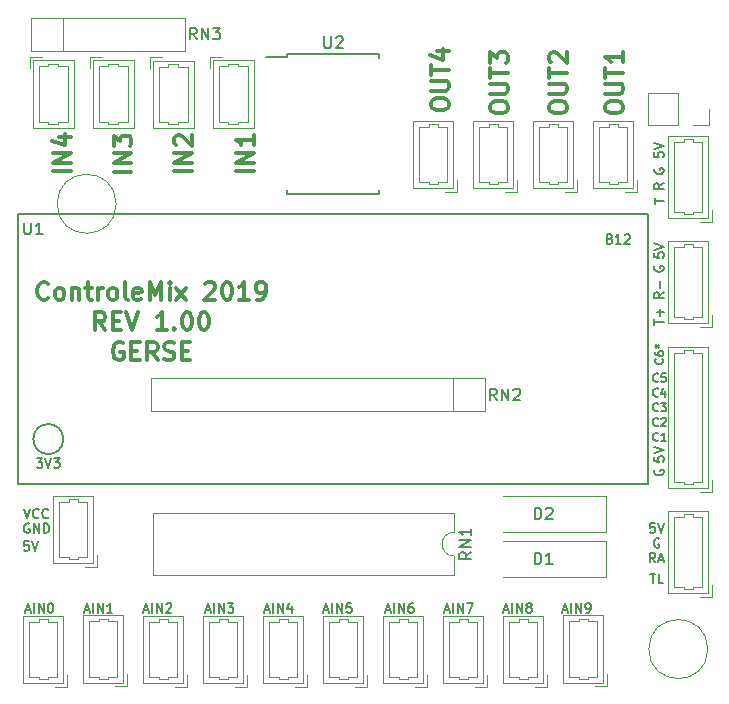
<source format=gbr>
G04 #@! TF.GenerationSoftware,KiCad,Pcbnew,5.0.2*
G04 #@! TF.CreationDate,2019-09-26T12:35:43-03:00*
G04 #@! TF.ProjectId,ControleMix,436f6e74-726f-46c6-954d-69782e6b6963,rev?*
G04 #@! TF.SameCoordinates,Original*
G04 #@! TF.FileFunction,Legend,Top*
G04 #@! TF.FilePolarity,Positive*
%FSLAX46Y46*%
G04 Gerber Fmt 4.6, Leading zero omitted, Abs format (unit mm)*
G04 Created by KiCad (PCBNEW 5.0.2) date qui 26 set 2019 12:35:43 -03*
%MOMM*%
%LPD*%
G01*
G04 APERTURE LIST*
%ADD10C,0.200000*%
%ADD11C,0.300000*%
%ADD12C,0.150000*%
%ADD13C,0.075000*%
%ADD14C,0.120000*%
G04 APERTURE END LIST*
D10*
X183795238Y-74692857D02*
X183909523Y-74730952D01*
X183947619Y-74769047D01*
X183985714Y-74845238D01*
X183985714Y-74959523D01*
X183947619Y-75035714D01*
X183909523Y-75073809D01*
X183833333Y-75111904D01*
X183528571Y-75111904D01*
X183528571Y-74311904D01*
X183795238Y-74311904D01*
X183871428Y-74350000D01*
X183909523Y-74388095D01*
X183947619Y-74464285D01*
X183947619Y-74540476D01*
X183909523Y-74616666D01*
X183871428Y-74654761D01*
X183795238Y-74692857D01*
X183528571Y-74692857D01*
X184747619Y-75111904D02*
X184290476Y-75111904D01*
X184519047Y-75111904D02*
X184519047Y-74311904D01*
X184442857Y-74426190D01*
X184366666Y-74502380D01*
X184290476Y-74540476D01*
X185052380Y-74388095D02*
X185090476Y-74350000D01*
X185166666Y-74311904D01*
X185357142Y-74311904D01*
X185433333Y-74350000D01*
X185471428Y-74388095D01*
X185509523Y-74464285D01*
X185509523Y-74540476D01*
X185471428Y-74654761D01*
X185014285Y-75111904D01*
X185509523Y-75111904D01*
X135259523Y-93311904D02*
X135754761Y-93311904D01*
X135488095Y-93616666D01*
X135602380Y-93616666D01*
X135678571Y-93654761D01*
X135716666Y-93692857D01*
X135754761Y-93769047D01*
X135754761Y-93959523D01*
X135716666Y-94035714D01*
X135678571Y-94073809D01*
X135602380Y-94111904D01*
X135373809Y-94111904D01*
X135297619Y-94073809D01*
X135259523Y-94035714D01*
X135983333Y-93311904D02*
X136250000Y-94111904D01*
X136516666Y-93311904D01*
X136707142Y-93311904D02*
X137202380Y-93311904D01*
X136935714Y-93616666D01*
X137050000Y-93616666D01*
X137126190Y-93654761D01*
X137164285Y-93692857D01*
X137202380Y-93769047D01*
X137202380Y-93959523D01*
X137164285Y-94035714D01*
X137126190Y-94073809D01*
X137050000Y-94111904D01*
X136821428Y-94111904D01*
X136745238Y-94073809D01*
X136707142Y-94035714D01*
D11*
X136250000Y-79735714D02*
X136178571Y-79807142D01*
X135964285Y-79878571D01*
X135821428Y-79878571D01*
X135607142Y-79807142D01*
X135464285Y-79664285D01*
X135392857Y-79521428D01*
X135321428Y-79235714D01*
X135321428Y-79021428D01*
X135392857Y-78735714D01*
X135464285Y-78592857D01*
X135607142Y-78450000D01*
X135821428Y-78378571D01*
X135964285Y-78378571D01*
X136178571Y-78450000D01*
X136250000Y-78521428D01*
X137107142Y-79878571D02*
X136964285Y-79807142D01*
X136892857Y-79735714D01*
X136821428Y-79592857D01*
X136821428Y-79164285D01*
X136892857Y-79021428D01*
X136964285Y-78950000D01*
X137107142Y-78878571D01*
X137321428Y-78878571D01*
X137464285Y-78950000D01*
X137535714Y-79021428D01*
X137607142Y-79164285D01*
X137607142Y-79592857D01*
X137535714Y-79735714D01*
X137464285Y-79807142D01*
X137321428Y-79878571D01*
X137107142Y-79878571D01*
X138250000Y-78878571D02*
X138250000Y-79878571D01*
X138250000Y-79021428D02*
X138321428Y-78950000D01*
X138464285Y-78878571D01*
X138678571Y-78878571D01*
X138821428Y-78950000D01*
X138892857Y-79092857D01*
X138892857Y-79878571D01*
X139392857Y-78878571D02*
X139964285Y-78878571D01*
X139607142Y-78378571D02*
X139607142Y-79664285D01*
X139678571Y-79807142D01*
X139821428Y-79878571D01*
X139964285Y-79878571D01*
X140464285Y-79878571D02*
X140464285Y-78878571D01*
X140464285Y-79164285D02*
X140535714Y-79021428D01*
X140607142Y-78950000D01*
X140750000Y-78878571D01*
X140892857Y-78878571D01*
X141607142Y-79878571D02*
X141464285Y-79807142D01*
X141392857Y-79735714D01*
X141321428Y-79592857D01*
X141321428Y-79164285D01*
X141392857Y-79021428D01*
X141464285Y-78950000D01*
X141607142Y-78878571D01*
X141821428Y-78878571D01*
X141964285Y-78950000D01*
X142035714Y-79021428D01*
X142107142Y-79164285D01*
X142107142Y-79592857D01*
X142035714Y-79735714D01*
X141964285Y-79807142D01*
X141821428Y-79878571D01*
X141607142Y-79878571D01*
X142964285Y-79878571D02*
X142821428Y-79807142D01*
X142750000Y-79664285D01*
X142750000Y-78378571D01*
X144107142Y-79807142D02*
X143964285Y-79878571D01*
X143678571Y-79878571D01*
X143535714Y-79807142D01*
X143464285Y-79664285D01*
X143464285Y-79092857D01*
X143535714Y-78950000D01*
X143678571Y-78878571D01*
X143964285Y-78878571D01*
X144107142Y-78950000D01*
X144178571Y-79092857D01*
X144178571Y-79235714D01*
X143464285Y-79378571D01*
X144821428Y-79878571D02*
X144821428Y-78378571D01*
X145321428Y-79450000D01*
X145821428Y-78378571D01*
X145821428Y-79878571D01*
X146535714Y-79878571D02*
X146535714Y-78878571D01*
X146535714Y-78378571D02*
X146464285Y-78450000D01*
X146535714Y-78521428D01*
X146607142Y-78450000D01*
X146535714Y-78378571D01*
X146535714Y-78521428D01*
X147107142Y-79878571D02*
X147892857Y-78878571D01*
X147107142Y-78878571D02*
X147892857Y-79878571D01*
X149535714Y-78521428D02*
X149607142Y-78450000D01*
X149750000Y-78378571D01*
X150107142Y-78378571D01*
X150250000Y-78450000D01*
X150321428Y-78521428D01*
X150392857Y-78664285D01*
X150392857Y-78807142D01*
X150321428Y-79021428D01*
X149464285Y-79878571D01*
X150392857Y-79878571D01*
X151321428Y-78378571D02*
X151464285Y-78378571D01*
X151607142Y-78450000D01*
X151678571Y-78521428D01*
X151750000Y-78664285D01*
X151821428Y-78950000D01*
X151821428Y-79307142D01*
X151750000Y-79592857D01*
X151678571Y-79735714D01*
X151607142Y-79807142D01*
X151464285Y-79878571D01*
X151321428Y-79878571D01*
X151178571Y-79807142D01*
X151107142Y-79735714D01*
X151035714Y-79592857D01*
X150964285Y-79307142D01*
X150964285Y-78950000D01*
X151035714Y-78664285D01*
X151107142Y-78521428D01*
X151178571Y-78450000D01*
X151321428Y-78378571D01*
X153250000Y-79878571D02*
X152392857Y-79878571D01*
X152821428Y-79878571D02*
X152821428Y-78378571D01*
X152678571Y-78592857D01*
X152535714Y-78735714D01*
X152392857Y-78807142D01*
X153964285Y-79878571D02*
X154250000Y-79878571D01*
X154392857Y-79807142D01*
X154464285Y-79735714D01*
X154607142Y-79521428D01*
X154678571Y-79235714D01*
X154678571Y-78664285D01*
X154607142Y-78521428D01*
X154535714Y-78450000D01*
X154392857Y-78378571D01*
X154107142Y-78378571D01*
X153964285Y-78450000D01*
X153892857Y-78521428D01*
X153821428Y-78664285D01*
X153821428Y-79021428D01*
X153892857Y-79164285D01*
X153964285Y-79235714D01*
X154107142Y-79307142D01*
X154392857Y-79307142D01*
X154535714Y-79235714D01*
X154607142Y-79164285D01*
X154678571Y-79021428D01*
X141071428Y-82428571D02*
X140571428Y-81714285D01*
X140214285Y-82428571D02*
X140214285Y-80928571D01*
X140785714Y-80928571D01*
X140928571Y-81000000D01*
X141000000Y-81071428D01*
X141071428Y-81214285D01*
X141071428Y-81428571D01*
X141000000Y-81571428D01*
X140928571Y-81642857D01*
X140785714Y-81714285D01*
X140214285Y-81714285D01*
X141714285Y-81642857D02*
X142214285Y-81642857D01*
X142428571Y-82428571D02*
X141714285Y-82428571D01*
X141714285Y-80928571D01*
X142428571Y-80928571D01*
X142857142Y-80928571D02*
X143357142Y-82428571D01*
X143857142Y-80928571D01*
X146285714Y-82428571D02*
X145428571Y-82428571D01*
X145857142Y-82428571D02*
X145857142Y-80928571D01*
X145714285Y-81142857D01*
X145571428Y-81285714D01*
X145428571Y-81357142D01*
X146928571Y-82285714D02*
X147000000Y-82357142D01*
X146928571Y-82428571D01*
X146857142Y-82357142D01*
X146928571Y-82285714D01*
X146928571Y-82428571D01*
X147928571Y-80928571D02*
X148071428Y-80928571D01*
X148214285Y-81000000D01*
X148285714Y-81071428D01*
X148357142Y-81214285D01*
X148428571Y-81500000D01*
X148428571Y-81857142D01*
X148357142Y-82142857D01*
X148285714Y-82285714D01*
X148214285Y-82357142D01*
X148071428Y-82428571D01*
X147928571Y-82428571D01*
X147785714Y-82357142D01*
X147714285Y-82285714D01*
X147642857Y-82142857D01*
X147571428Y-81857142D01*
X147571428Y-81500000D01*
X147642857Y-81214285D01*
X147714285Y-81071428D01*
X147785714Y-81000000D01*
X147928571Y-80928571D01*
X149357142Y-80928571D02*
X149500000Y-80928571D01*
X149642857Y-81000000D01*
X149714285Y-81071428D01*
X149785714Y-81214285D01*
X149857142Y-81500000D01*
X149857142Y-81857142D01*
X149785714Y-82142857D01*
X149714285Y-82285714D01*
X149642857Y-82357142D01*
X149500000Y-82428571D01*
X149357142Y-82428571D01*
X149214285Y-82357142D01*
X149142857Y-82285714D01*
X149071428Y-82142857D01*
X149000000Y-81857142D01*
X149000000Y-81500000D01*
X149071428Y-81214285D01*
X149142857Y-81071428D01*
X149214285Y-81000000D01*
X149357142Y-80928571D01*
X142571428Y-83550000D02*
X142428571Y-83478571D01*
X142214285Y-83478571D01*
X142000000Y-83550000D01*
X141857142Y-83692857D01*
X141785714Y-83835714D01*
X141714285Y-84121428D01*
X141714285Y-84335714D01*
X141785714Y-84621428D01*
X141857142Y-84764285D01*
X142000000Y-84907142D01*
X142214285Y-84978571D01*
X142357142Y-84978571D01*
X142571428Y-84907142D01*
X142642857Y-84835714D01*
X142642857Y-84335714D01*
X142357142Y-84335714D01*
X143285714Y-84192857D02*
X143785714Y-84192857D01*
X144000000Y-84978571D02*
X143285714Y-84978571D01*
X143285714Y-83478571D01*
X144000000Y-83478571D01*
X145500000Y-84978571D02*
X145000000Y-84264285D01*
X144642857Y-84978571D02*
X144642857Y-83478571D01*
X145214285Y-83478571D01*
X145357142Y-83550000D01*
X145428571Y-83621428D01*
X145500000Y-83764285D01*
X145500000Y-83978571D01*
X145428571Y-84121428D01*
X145357142Y-84192857D01*
X145214285Y-84264285D01*
X144642857Y-84264285D01*
X146071428Y-84907142D02*
X146285714Y-84978571D01*
X146642857Y-84978571D01*
X146785714Y-84907142D01*
X146857142Y-84835714D01*
X146928571Y-84692857D01*
X146928571Y-84550000D01*
X146857142Y-84407142D01*
X146785714Y-84335714D01*
X146642857Y-84264285D01*
X146357142Y-84192857D01*
X146214285Y-84121428D01*
X146142857Y-84050000D01*
X146071428Y-83907142D01*
X146071428Y-83764285D01*
X146142857Y-83621428D01*
X146214285Y-83550000D01*
X146357142Y-83478571D01*
X146714285Y-83478571D01*
X146928571Y-83550000D01*
X147571428Y-84192857D02*
X148071428Y-84192857D01*
X148285714Y-84978571D02*
X147571428Y-84978571D01*
X147571428Y-83478571D01*
X148285714Y-83478571D01*
D12*
X188250000Y-84883333D02*
X188283333Y-84916666D01*
X188316666Y-85016666D01*
X188316666Y-85083333D01*
X188283333Y-85183333D01*
X188216666Y-85250000D01*
X188150000Y-85283333D01*
X188016666Y-85316666D01*
X187916666Y-85316666D01*
X187783333Y-85283333D01*
X187716666Y-85250000D01*
X187650000Y-85183333D01*
X187616666Y-85083333D01*
X187616666Y-85016666D01*
X187650000Y-84916666D01*
X187683333Y-84883333D01*
X187616666Y-84283333D02*
X187616666Y-84416666D01*
X187650000Y-84483333D01*
X187683333Y-84516666D01*
X187783333Y-84583333D01*
X187916666Y-84616666D01*
X188183333Y-84616666D01*
X188250000Y-84583333D01*
X188283333Y-84550000D01*
X188316666Y-84483333D01*
X188316666Y-84350000D01*
X188283333Y-84283333D01*
X188250000Y-84250000D01*
X188183333Y-84216666D01*
X188016666Y-84216666D01*
X187950000Y-84250000D01*
X187916666Y-84283333D01*
X187883333Y-84350000D01*
X187883333Y-84483333D01*
X187916666Y-84550000D01*
X187950000Y-84583333D01*
X188016666Y-84616666D01*
X187616666Y-83816666D02*
X187783333Y-83816666D01*
X187716666Y-83983333D02*
X187783333Y-83816666D01*
X187716666Y-83650000D01*
X187916666Y-83916666D02*
X187783333Y-83816666D01*
X187916666Y-83716666D01*
X187883333Y-86750000D02*
X187850000Y-86783333D01*
X187750000Y-86816666D01*
X187683333Y-86816666D01*
X187583333Y-86783333D01*
X187516666Y-86716666D01*
X187483333Y-86650000D01*
X187450000Y-86516666D01*
X187450000Y-86416666D01*
X187483333Y-86283333D01*
X187516666Y-86216666D01*
X187583333Y-86150000D01*
X187683333Y-86116666D01*
X187750000Y-86116666D01*
X187850000Y-86150000D01*
X187883333Y-86183333D01*
X188516666Y-86116666D02*
X188183333Y-86116666D01*
X188150000Y-86450000D01*
X188183333Y-86416666D01*
X188250000Y-86383333D01*
X188416666Y-86383333D01*
X188483333Y-86416666D01*
X188516666Y-86450000D01*
X188550000Y-86516666D01*
X188550000Y-86683333D01*
X188516666Y-86750000D01*
X188483333Y-86783333D01*
X188416666Y-86816666D01*
X188250000Y-86816666D01*
X188183333Y-86783333D01*
X188150000Y-86750000D01*
X187883333Y-88000000D02*
X187850000Y-88033333D01*
X187750000Y-88066666D01*
X187683333Y-88066666D01*
X187583333Y-88033333D01*
X187516666Y-87966666D01*
X187483333Y-87900000D01*
X187450000Y-87766666D01*
X187450000Y-87666666D01*
X187483333Y-87533333D01*
X187516666Y-87466666D01*
X187583333Y-87400000D01*
X187683333Y-87366666D01*
X187750000Y-87366666D01*
X187850000Y-87400000D01*
X187883333Y-87433333D01*
X188483333Y-87600000D02*
X188483333Y-88066666D01*
X188316666Y-87333333D02*
X188150000Y-87833333D01*
X188583333Y-87833333D01*
X187883333Y-89250000D02*
X187850000Y-89283333D01*
X187750000Y-89316666D01*
X187683333Y-89316666D01*
X187583333Y-89283333D01*
X187516666Y-89216666D01*
X187483333Y-89150000D01*
X187450000Y-89016666D01*
X187450000Y-88916666D01*
X187483333Y-88783333D01*
X187516666Y-88716666D01*
X187583333Y-88650000D01*
X187683333Y-88616666D01*
X187750000Y-88616666D01*
X187850000Y-88650000D01*
X187883333Y-88683333D01*
X188116666Y-88616666D02*
X188550000Y-88616666D01*
X188316666Y-88883333D01*
X188416666Y-88883333D01*
X188483333Y-88916666D01*
X188516666Y-88950000D01*
X188550000Y-89016666D01*
X188550000Y-89183333D01*
X188516666Y-89250000D01*
X188483333Y-89283333D01*
X188416666Y-89316666D01*
X188216666Y-89316666D01*
X188150000Y-89283333D01*
X188116666Y-89250000D01*
X187883333Y-90500000D02*
X187850000Y-90533333D01*
X187750000Y-90566666D01*
X187683333Y-90566666D01*
X187583333Y-90533333D01*
X187516666Y-90466666D01*
X187483333Y-90400000D01*
X187450000Y-90266666D01*
X187450000Y-90166666D01*
X187483333Y-90033333D01*
X187516666Y-89966666D01*
X187583333Y-89900000D01*
X187683333Y-89866666D01*
X187750000Y-89866666D01*
X187850000Y-89900000D01*
X187883333Y-89933333D01*
X188150000Y-89933333D02*
X188183333Y-89900000D01*
X188250000Y-89866666D01*
X188416666Y-89866666D01*
X188483333Y-89900000D01*
X188516666Y-89933333D01*
X188550000Y-90000000D01*
X188550000Y-90066666D01*
X188516666Y-90166666D01*
X188116666Y-90566666D01*
X188550000Y-90566666D01*
X187883333Y-91750000D02*
X187850000Y-91783333D01*
X187750000Y-91816666D01*
X187683333Y-91816666D01*
X187583333Y-91783333D01*
X187516666Y-91716666D01*
X187483333Y-91650000D01*
X187450000Y-91516666D01*
X187450000Y-91416666D01*
X187483333Y-91283333D01*
X187516666Y-91216666D01*
X187583333Y-91150000D01*
X187683333Y-91116666D01*
X187750000Y-91116666D01*
X187850000Y-91150000D01*
X187883333Y-91183333D01*
X188550000Y-91816666D02*
X188150000Y-91816666D01*
X188350000Y-91816666D02*
X188350000Y-91116666D01*
X188283333Y-91216666D01*
X188216666Y-91283333D01*
X188150000Y-91316666D01*
D10*
X187600000Y-94290476D02*
X187561904Y-94366666D01*
X187561904Y-94480952D01*
X187600000Y-94595238D01*
X187676190Y-94671428D01*
X187752380Y-94709523D01*
X187904761Y-94747619D01*
X188019047Y-94747619D01*
X188171428Y-94709523D01*
X188247619Y-94671428D01*
X188323809Y-94595238D01*
X188361904Y-94480952D01*
X188361904Y-94404761D01*
X188323809Y-94290476D01*
X188285714Y-94252380D01*
X188019047Y-94252380D01*
X188019047Y-94404761D01*
X187561904Y-93152380D02*
X187561904Y-93533333D01*
X187942857Y-93571428D01*
X187904761Y-93533333D01*
X187866666Y-93457142D01*
X187866666Y-93266666D01*
X187904761Y-93190476D01*
X187942857Y-93152380D01*
X188019047Y-93114285D01*
X188209523Y-93114285D01*
X188285714Y-93152380D01*
X188323809Y-93190476D01*
X188361904Y-93266666D01*
X188361904Y-93457142D01*
X188323809Y-93533333D01*
X188285714Y-93571428D01*
X187561904Y-92885714D02*
X188361904Y-92619047D01*
X187561904Y-92352380D01*
X187600000Y-77040476D02*
X187561904Y-77116666D01*
X187561904Y-77230952D01*
X187600000Y-77345238D01*
X187676190Y-77421428D01*
X187752380Y-77459523D01*
X187904761Y-77497619D01*
X188019047Y-77497619D01*
X188171428Y-77459523D01*
X188247619Y-77421428D01*
X188323809Y-77345238D01*
X188361904Y-77230952D01*
X188361904Y-77154761D01*
X188323809Y-77040476D01*
X188285714Y-77002380D01*
X188019047Y-77002380D01*
X188019047Y-77154761D01*
X188361904Y-79247619D02*
X187980952Y-79514285D01*
X188361904Y-79704761D02*
X187561904Y-79704761D01*
X187561904Y-79400000D01*
X187600000Y-79323809D01*
X187638095Y-79285714D01*
X187714285Y-79247619D01*
X187828571Y-79247619D01*
X187904761Y-79285714D01*
X187942857Y-79323809D01*
X187980952Y-79400000D01*
X187980952Y-79704761D01*
X188057142Y-78904761D02*
X188057142Y-78295238D01*
X187561904Y-81973809D02*
X187561904Y-81516666D01*
X188361904Y-81745238D02*
X187561904Y-81745238D01*
X188057142Y-81250000D02*
X188057142Y-80640476D01*
X188361904Y-80945238D02*
X187752380Y-80945238D01*
X187561904Y-67402380D02*
X187561904Y-67783333D01*
X187942857Y-67821428D01*
X187904761Y-67783333D01*
X187866666Y-67707142D01*
X187866666Y-67516666D01*
X187904761Y-67440476D01*
X187942857Y-67402380D01*
X188019047Y-67364285D01*
X188209523Y-67364285D01*
X188285714Y-67402380D01*
X188323809Y-67440476D01*
X188361904Y-67516666D01*
X188361904Y-67707142D01*
X188323809Y-67783333D01*
X188285714Y-67821428D01*
X187561904Y-67135714D02*
X188361904Y-66869047D01*
X187561904Y-66602380D01*
X187561904Y-75902380D02*
X187561904Y-76283333D01*
X187942857Y-76321428D01*
X187904761Y-76283333D01*
X187866666Y-76207142D01*
X187866666Y-76016666D01*
X187904761Y-75940476D01*
X187942857Y-75902380D01*
X188019047Y-75864285D01*
X188209523Y-75864285D01*
X188285714Y-75902380D01*
X188323809Y-75940476D01*
X188361904Y-76016666D01*
X188361904Y-76207142D01*
X188323809Y-76283333D01*
X188285714Y-76321428D01*
X187561904Y-75635714D02*
X188361904Y-75369047D01*
X187561904Y-75102380D01*
X187600000Y-68790476D02*
X187561904Y-68866666D01*
X187561904Y-68980952D01*
X187600000Y-69095238D01*
X187676190Y-69171428D01*
X187752380Y-69209523D01*
X187904761Y-69247619D01*
X188019047Y-69247619D01*
X188171428Y-69209523D01*
X188247619Y-69171428D01*
X188323809Y-69095238D01*
X188361904Y-68980952D01*
X188361904Y-68904761D01*
X188323809Y-68790476D01*
X188285714Y-68752380D01*
X188019047Y-68752380D01*
X188019047Y-68904761D01*
X188361904Y-70002380D02*
X187980952Y-70269047D01*
X188361904Y-70459523D02*
X187561904Y-70459523D01*
X187561904Y-70154761D01*
X187600000Y-70078571D01*
X187638095Y-70040476D01*
X187714285Y-70002380D01*
X187828571Y-70002380D01*
X187904761Y-70040476D01*
X187942857Y-70078571D01*
X187980952Y-70154761D01*
X187980952Y-70459523D01*
X187586904Y-71728571D02*
X187586904Y-71271428D01*
X188386904Y-71500000D02*
X187586904Y-71500000D01*
X187597619Y-98811904D02*
X187216666Y-98811904D01*
X187178571Y-99192857D01*
X187216666Y-99154761D01*
X187292857Y-99116666D01*
X187483333Y-99116666D01*
X187559523Y-99154761D01*
X187597619Y-99192857D01*
X187635714Y-99269047D01*
X187635714Y-99459523D01*
X187597619Y-99535714D01*
X187559523Y-99573809D01*
X187483333Y-99611904D01*
X187292857Y-99611904D01*
X187216666Y-99573809D01*
X187178571Y-99535714D01*
X187864285Y-98811904D02*
X188130952Y-99611904D01*
X188397619Y-98811904D01*
X187959523Y-100100000D02*
X187883333Y-100061904D01*
X187769047Y-100061904D01*
X187654761Y-100100000D01*
X187578571Y-100176190D01*
X187540476Y-100252380D01*
X187502380Y-100404761D01*
X187502380Y-100519047D01*
X187540476Y-100671428D01*
X187578571Y-100747619D01*
X187654761Y-100823809D01*
X187769047Y-100861904D01*
X187845238Y-100861904D01*
X187959523Y-100823809D01*
X187997619Y-100785714D01*
X187997619Y-100519047D01*
X187845238Y-100519047D01*
X187654761Y-102111904D02*
X187388095Y-101730952D01*
X187197619Y-102111904D02*
X187197619Y-101311904D01*
X187502380Y-101311904D01*
X187578571Y-101350000D01*
X187616666Y-101388095D01*
X187654761Y-101464285D01*
X187654761Y-101578571D01*
X187616666Y-101654761D01*
X187578571Y-101692857D01*
X187502380Y-101730952D01*
X187197619Y-101730952D01*
X187959523Y-101883333D02*
X188340476Y-101883333D01*
X187883333Y-102111904D02*
X188150000Y-101311904D01*
X188416666Y-102111904D01*
X187197619Y-103061904D02*
X187654761Y-103061904D01*
X187426190Y-103861904D02*
X187426190Y-103061904D01*
X188302380Y-103861904D02*
X187921428Y-103861904D01*
X187921428Y-103061904D01*
D12*
X137520000Y-91670000D02*
G75*
G03X137520000Y-91670000I-1270000J0D01*
G01*
D10*
X134183333Y-97561904D02*
X134450000Y-98361904D01*
X134716666Y-97561904D01*
X135440476Y-98285714D02*
X135402380Y-98323809D01*
X135288095Y-98361904D01*
X135211904Y-98361904D01*
X135097619Y-98323809D01*
X135021428Y-98247619D01*
X134983333Y-98171428D01*
X134945238Y-98019047D01*
X134945238Y-97904761D01*
X134983333Y-97752380D01*
X135021428Y-97676190D01*
X135097619Y-97600000D01*
X135211904Y-97561904D01*
X135288095Y-97561904D01*
X135402380Y-97600000D01*
X135440476Y-97638095D01*
X136240476Y-98285714D02*
X136202380Y-98323809D01*
X136088095Y-98361904D01*
X136011904Y-98361904D01*
X135897619Y-98323809D01*
X135821428Y-98247619D01*
X135783333Y-98171428D01*
X135745238Y-98019047D01*
X135745238Y-97904761D01*
X135783333Y-97752380D01*
X135821428Y-97676190D01*
X135897619Y-97600000D01*
X136011904Y-97561904D01*
X136088095Y-97561904D01*
X136202380Y-97600000D01*
X136240476Y-97638095D01*
X134597619Y-100311904D02*
X134216666Y-100311904D01*
X134178571Y-100692857D01*
X134216666Y-100654761D01*
X134292857Y-100616666D01*
X134483333Y-100616666D01*
X134559523Y-100654761D01*
X134597619Y-100692857D01*
X134635714Y-100769047D01*
X134635714Y-100959523D01*
X134597619Y-101035714D01*
X134559523Y-101073809D01*
X134483333Y-101111904D01*
X134292857Y-101111904D01*
X134216666Y-101073809D01*
X134178571Y-101035714D01*
X134864285Y-100311904D02*
X135130952Y-101111904D01*
X135397619Y-100311904D01*
X134640476Y-98850000D02*
X134564285Y-98811904D01*
X134450000Y-98811904D01*
X134335714Y-98850000D01*
X134259523Y-98926190D01*
X134221428Y-99002380D01*
X134183333Y-99154761D01*
X134183333Y-99269047D01*
X134221428Y-99421428D01*
X134259523Y-99497619D01*
X134335714Y-99573809D01*
X134450000Y-99611904D01*
X134526190Y-99611904D01*
X134640476Y-99573809D01*
X134678571Y-99535714D01*
X134678571Y-99269047D01*
X134526190Y-99269047D01*
X135021428Y-99611904D02*
X135021428Y-98811904D01*
X135478571Y-99611904D01*
X135478571Y-98811904D01*
X135859523Y-99611904D02*
X135859523Y-98811904D01*
X136050000Y-98811904D01*
X136164285Y-98850000D01*
X136240476Y-98926190D01*
X136278571Y-99002380D01*
X136316666Y-99154761D01*
X136316666Y-99269047D01*
X136278571Y-99421428D01*
X136240476Y-99497619D01*
X136164285Y-99573809D01*
X136050000Y-99611904D01*
X135859523Y-99611904D01*
X179819047Y-106133333D02*
X180200000Y-106133333D01*
X179742857Y-106361904D02*
X180009523Y-105561904D01*
X180276190Y-106361904D01*
X180542857Y-106361904D02*
X180542857Y-105561904D01*
X180923809Y-106361904D02*
X180923809Y-105561904D01*
X181380952Y-106361904D01*
X181380952Y-105561904D01*
X181800000Y-106361904D02*
X181952380Y-106361904D01*
X182028571Y-106323809D01*
X182066666Y-106285714D01*
X182142857Y-106171428D01*
X182180952Y-106019047D01*
X182180952Y-105714285D01*
X182142857Y-105638095D01*
X182104761Y-105600000D01*
X182028571Y-105561904D01*
X181876190Y-105561904D01*
X181800000Y-105600000D01*
X181761904Y-105638095D01*
X181723809Y-105714285D01*
X181723809Y-105904761D01*
X181761904Y-105980952D01*
X181800000Y-106019047D01*
X181876190Y-106057142D01*
X182028571Y-106057142D01*
X182104761Y-106019047D01*
X182142857Y-105980952D01*
X182180952Y-105904761D01*
X174819047Y-106133333D02*
X175200000Y-106133333D01*
X174742857Y-106361904D02*
X175009523Y-105561904D01*
X175276190Y-106361904D01*
X175542857Y-106361904D02*
X175542857Y-105561904D01*
X175923809Y-106361904D02*
X175923809Y-105561904D01*
X176380952Y-106361904D01*
X176380952Y-105561904D01*
X176876190Y-105904761D02*
X176800000Y-105866666D01*
X176761904Y-105828571D01*
X176723809Y-105752380D01*
X176723809Y-105714285D01*
X176761904Y-105638095D01*
X176800000Y-105600000D01*
X176876190Y-105561904D01*
X177028571Y-105561904D01*
X177104761Y-105600000D01*
X177142857Y-105638095D01*
X177180952Y-105714285D01*
X177180952Y-105752380D01*
X177142857Y-105828571D01*
X177104761Y-105866666D01*
X177028571Y-105904761D01*
X176876190Y-105904761D01*
X176800000Y-105942857D01*
X176761904Y-105980952D01*
X176723809Y-106057142D01*
X176723809Y-106209523D01*
X176761904Y-106285714D01*
X176800000Y-106323809D01*
X176876190Y-106361904D01*
X177028571Y-106361904D01*
X177104761Y-106323809D01*
X177142857Y-106285714D01*
X177180952Y-106209523D01*
X177180952Y-106057142D01*
X177142857Y-105980952D01*
X177104761Y-105942857D01*
X177028571Y-105904761D01*
X169819047Y-106133333D02*
X170200000Y-106133333D01*
X169742857Y-106361904D02*
X170009523Y-105561904D01*
X170276190Y-106361904D01*
X170542857Y-106361904D02*
X170542857Y-105561904D01*
X170923809Y-106361904D02*
X170923809Y-105561904D01*
X171380952Y-106361904D01*
X171380952Y-105561904D01*
X171685714Y-105561904D02*
X172219047Y-105561904D01*
X171876190Y-106361904D01*
X164819047Y-106133333D02*
X165200000Y-106133333D01*
X164742857Y-106361904D02*
X165009523Y-105561904D01*
X165276190Y-106361904D01*
X165542857Y-106361904D02*
X165542857Y-105561904D01*
X165923809Y-106361904D02*
X165923809Y-105561904D01*
X166380952Y-106361904D01*
X166380952Y-105561904D01*
X167104761Y-105561904D02*
X166952380Y-105561904D01*
X166876190Y-105600000D01*
X166838095Y-105638095D01*
X166761904Y-105752380D01*
X166723809Y-105904761D01*
X166723809Y-106209523D01*
X166761904Y-106285714D01*
X166800000Y-106323809D01*
X166876190Y-106361904D01*
X167028571Y-106361904D01*
X167104761Y-106323809D01*
X167142857Y-106285714D01*
X167180952Y-106209523D01*
X167180952Y-106019047D01*
X167142857Y-105942857D01*
X167104761Y-105904761D01*
X167028571Y-105866666D01*
X166876190Y-105866666D01*
X166800000Y-105904761D01*
X166761904Y-105942857D01*
X166723809Y-106019047D01*
X159569047Y-106133333D02*
X159950000Y-106133333D01*
X159492857Y-106361904D02*
X159759523Y-105561904D01*
X160026190Y-106361904D01*
X160292857Y-106361904D02*
X160292857Y-105561904D01*
X160673809Y-106361904D02*
X160673809Y-105561904D01*
X161130952Y-106361904D01*
X161130952Y-105561904D01*
X161892857Y-105561904D02*
X161511904Y-105561904D01*
X161473809Y-105942857D01*
X161511904Y-105904761D01*
X161588095Y-105866666D01*
X161778571Y-105866666D01*
X161854761Y-105904761D01*
X161892857Y-105942857D01*
X161930952Y-106019047D01*
X161930952Y-106209523D01*
X161892857Y-106285714D01*
X161854761Y-106323809D01*
X161778571Y-106361904D01*
X161588095Y-106361904D01*
X161511904Y-106323809D01*
X161473809Y-106285714D01*
X154569047Y-106133333D02*
X154950000Y-106133333D01*
X154492857Y-106361904D02*
X154759523Y-105561904D01*
X155026190Y-106361904D01*
X155292857Y-106361904D02*
X155292857Y-105561904D01*
X155673809Y-106361904D02*
X155673809Y-105561904D01*
X156130952Y-106361904D01*
X156130952Y-105561904D01*
X156854761Y-105828571D02*
X156854761Y-106361904D01*
X156664285Y-105523809D02*
X156473809Y-106095238D01*
X156969047Y-106095238D01*
X149569047Y-106133333D02*
X149950000Y-106133333D01*
X149492857Y-106361904D02*
X149759523Y-105561904D01*
X150026190Y-106361904D01*
X150292857Y-106361904D02*
X150292857Y-105561904D01*
X150673809Y-106361904D02*
X150673809Y-105561904D01*
X151130952Y-106361904D01*
X151130952Y-105561904D01*
X151435714Y-105561904D02*
X151930952Y-105561904D01*
X151664285Y-105866666D01*
X151778571Y-105866666D01*
X151854761Y-105904761D01*
X151892857Y-105942857D01*
X151930952Y-106019047D01*
X151930952Y-106209523D01*
X151892857Y-106285714D01*
X151854761Y-106323809D01*
X151778571Y-106361904D01*
X151550000Y-106361904D01*
X151473809Y-106323809D01*
X151435714Y-106285714D01*
X144319047Y-106133333D02*
X144700000Y-106133333D01*
X144242857Y-106361904D02*
X144509523Y-105561904D01*
X144776190Y-106361904D01*
X145042857Y-106361904D02*
X145042857Y-105561904D01*
X145423809Y-106361904D02*
X145423809Y-105561904D01*
X145880952Y-106361904D01*
X145880952Y-105561904D01*
X146223809Y-105638095D02*
X146261904Y-105600000D01*
X146338095Y-105561904D01*
X146528571Y-105561904D01*
X146604761Y-105600000D01*
X146642857Y-105638095D01*
X146680952Y-105714285D01*
X146680952Y-105790476D01*
X146642857Y-105904761D01*
X146185714Y-106361904D01*
X146680952Y-106361904D01*
X139319047Y-106133333D02*
X139700000Y-106133333D01*
X139242857Y-106361904D02*
X139509523Y-105561904D01*
X139776190Y-106361904D01*
X140042857Y-106361904D02*
X140042857Y-105561904D01*
X140423809Y-106361904D02*
X140423809Y-105561904D01*
X140880952Y-106361904D01*
X140880952Y-105561904D01*
X141680952Y-106361904D02*
X141223809Y-106361904D01*
X141452380Y-106361904D02*
X141452380Y-105561904D01*
X141376190Y-105676190D01*
X141300000Y-105752380D01*
X141223809Y-105790476D01*
X134319047Y-106133333D02*
X134700000Y-106133333D01*
X134242857Y-106361904D02*
X134509523Y-105561904D01*
X134776190Y-106361904D01*
X135042857Y-106361904D02*
X135042857Y-105561904D01*
X135423809Y-106361904D02*
X135423809Y-105561904D01*
X135880952Y-106361904D01*
X135880952Y-105561904D01*
X136414285Y-105561904D02*
X136490476Y-105561904D01*
X136566666Y-105600000D01*
X136604761Y-105638095D01*
X136642857Y-105714285D01*
X136680952Y-105866666D01*
X136680952Y-106057142D01*
X136642857Y-106209523D01*
X136604761Y-106285714D01*
X136566666Y-106323809D01*
X136490476Y-106361904D01*
X136414285Y-106361904D01*
X136338095Y-106323809D01*
X136300000Y-106285714D01*
X136261904Y-106209523D01*
X136223809Y-106057142D01*
X136223809Y-105866666D01*
X136261904Y-105714285D01*
X136300000Y-105638095D01*
X136338095Y-105600000D01*
X136414285Y-105561904D01*
D11*
X183428571Y-63714285D02*
X183428571Y-63428571D01*
X183500000Y-63285714D01*
X183642857Y-63142857D01*
X183928571Y-63071428D01*
X184428571Y-63071428D01*
X184714285Y-63142857D01*
X184857142Y-63285714D01*
X184928571Y-63428571D01*
X184928571Y-63714285D01*
X184857142Y-63857142D01*
X184714285Y-64000000D01*
X184428571Y-64071428D01*
X183928571Y-64071428D01*
X183642857Y-64000000D01*
X183500000Y-63857142D01*
X183428571Y-63714285D01*
X183428571Y-62428571D02*
X184642857Y-62428571D01*
X184785714Y-62357142D01*
X184857142Y-62285714D01*
X184928571Y-62142857D01*
X184928571Y-61857142D01*
X184857142Y-61714285D01*
X184785714Y-61642857D01*
X184642857Y-61571428D01*
X183428571Y-61571428D01*
X183428571Y-61071428D02*
X183428571Y-60214285D01*
X184928571Y-60642857D02*
X183428571Y-60642857D01*
X184928571Y-58928571D02*
X184928571Y-59785714D01*
X184928571Y-59357142D02*
X183428571Y-59357142D01*
X183642857Y-59500000D01*
X183785714Y-59642857D01*
X183857142Y-59785714D01*
X178678571Y-63714285D02*
X178678571Y-63428571D01*
X178750000Y-63285714D01*
X178892857Y-63142857D01*
X179178571Y-63071428D01*
X179678571Y-63071428D01*
X179964285Y-63142857D01*
X180107142Y-63285714D01*
X180178571Y-63428571D01*
X180178571Y-63714285D01*
X180107142Y-63857142D01*
X179964285Y-64000000D01*
X179678571Y-64071428D01*
X179178571Y-64071428D01*
X178892857Y-64000000D01*
X178750000Y-63857142D01*
X178678571Y-63714285D01*
X178678571Y-62428571D02*
X179892857Y-62428571D01*
X180035714Y-62357142D01*
X180107142Y-62285714D01*
X180178571Y-62142857D01*
X180178571Y-61857142D01*
X180107142Y-61714285D01*
X180035714Y-61642857D01*
X179892857Y-61571428D01*
X178678571Y-61571428D01*
X178678571Y-61071428D02*
X178678571Y-60214285D01*
X180178571Y-60642857D02*
X178678571Y-60642857D01*
X178821428Y-59785714D02*
X178750000Y-59714285D01*
X178678571Y-59571428D01*
X178678571Y-59214285D01*
X178750000Y-59071428D01*
X178821428Y-59000000D01*
X178964285Y-58928571D01*
X179107142Y-58928571D01*
X179321428Y-59000000D01*
X180178571Y-59857142D01*
X180178571Y-58928571D01*
X173678571Y-63714285D02*
X173678571Y-63428571D01*
X173750000Y-63285714D01*
X173892857Y-63142857D01*
X174178571Y-63071428D01*
X174678571Y-63071428D01*
X174964285Y-63142857D01*
X175107142Y-63285714D01*
X175178571Y-63428571D01*
X175178571Y-63714285D01*
X175107142Y-63857142D01*
X174964285Y-64000000D01*
X174678571Y-64071428D01*
X174178571Y-64071428D01*
X173892857Y-64000000D01*
X173750000Y-63857142D01*
X173678571Y-63714285D01*
X173678571Y-62428571D02*
X174892857Y-62428571D01*
X175035714Y-62357142D01*
X175107142Y-62285714D01*
X175178571Y-62142857D01*
X175178571Y-61857142D01*
X175107142Y-61714285D01*
X175035714Y-61642857D01*
X174892857Y-61571428D01*
X173678571Y-61571428D01*
X173678571Y-61071428D02*
X173678571Y-60214285D01*
X175178571Y-60642857D02*
X173678571Y-60642857D01*
X173678571Y-59857142D02*
X173678571Y-58928571D01*
X174250000Y-59428571D01*
X174250000Y-59214285D01*
X174321428Y-59071428D01*
X174392857Y-59000000D01*
X174535714Y-58928571D01*
X174892857Y-58928571D01*
X175035714Y-59000000D01*
X175107142Y-59071428D01*
X175178571Y-59214285D01*
X175178571Y-59642857D01*
X175107142Y-59785714D01*
X175035714Y-59857142D01*
X168678571Y-63464285D02*
X168678571Y-63178571D01*
X168750000Y-63035714D01*
X168892857Y-62892857D01*
X169178571Y-62821428D01*
X169678571Y-62821428D01*
X169964285Y-62892857D01*
X170107142Y-63035714D01*
X170178571Y-63178571D01*
X170178571Y-63464285D01*
X170107142Y-63607142D01*
X169964285Y-63750000D01*
X169678571Y-63821428D01*
X169178571Y-63821428D01*
X168892857Y-63750000D01*
X168750000Y-63607142D01*
X168678571Y-63464285D01*
X168678571Y-62178571D02*
X169892857Y-62178571D01*
X170035714Y-62107142D01*
X170107142Y-62035714D01*
X170178571Y-61892857D01*
X170178571Y-61607142D01*
X170107142Y-61464285D01*
X170035714Y-61392857D01*
X169892857Y-61321428D01*
X168678571Y-61321428D01*
X168678571Y-60821428D02*
X168678571Y-59964285D01*
X170178571Y-60392857D02*
X168678571Y-60392857D01*
X169178571Y-58821428D02*
X170178571Y-58821428D01*
X168607142Y-59178571D02*
X169678571Y-59535714D01*
X169678571Y-58607142D01*
X153678571Y-69000000D02*
X152178571Y-69000000D01*
X153678571Y-68285714D02*
X152178571Y-68285714D01*
X153678571Y-67428571D01*
X152178571Y-67428571D01*
X153678571Y-65928571D02*
X153678571Y-66785714D01*
X153678571Y-66357142D02*
X152178571Y-66357142D01*
X152392857Y-66500000D01*
X152535714Y-66642857D01*
X152607142Y-66785714D01*
X148428571Y-69000000D02*
X146928571Y-69000000D01*
X148428571Y-68285714D02*
X146928571Y-68285714D01*
X148428571Y-67428571D01*
X146928571Y-67428571D01*
X147071428Y-66785714D02*
X147000000Y-66714285D01*
X146928571Y-66571428D01*
X146928571Y-66214285D01*
X147000000Y-66071428D01*
X147071428Y-66000000D01*
X147214285Y-65928571D01*
X147357142Y-65928571D01*
X147571428Y-66000000D01*
X148428571Y-66857142D01*
X148428571Y-65928571D01*
X143278571Y-69040000D02*
X141778571Y-69040000D01*
X143278571Y-68325714D02*
X141778571Y-68325714D01*
X143278571Y-67468571D01*
X141778571Y-67468571D01*
X141778571Y-66897142D02*
X141778571Y-65968571D01*
X142350000Y-66468571D01*
X142350000Y-66254285D01*
X142421428Y-66111428D01*
X142492857Y-66040000D01*
X142635714Y-65968571D01*
X142992857Y-65968571D01*
X143135714Y-66040000D01*
X143207142Y-66111428D01*
X143278571Y-66254285D01*
X143278571Y-66682857D01*
X143207142Y-66825714D01*
X143135714Y-66897142D01*
X138178571Y-69000000D02*
X136678571Y-69000000D01*
X138178571Y-68285714D02*
X136678571Y-68285714D01*
X138178571Y-67428571D01*
X136678571Y-67428571D01*
X137178571Y-66071428D02*
X138178571Y-66071428D01*
X136607142Y-66428571D02*
X137678571Y-66785714D01*
X137678571Y-65857142D01*
D13*
G04 #@! TO.C,REF\002A\002A*
X142000000Y-71750000D02*
G75*
G03X142000000Y-71750000I-2500000J0D01*
G01*
D12*
G04 #@! TO.C,U1*
X133710000Y-95480000D02*
X187050000Y-95480000D01*
X187050000Y-72620000D02*
X133710000Y-72620000D01*
X187050000Y-95480000D02*
X187050000Y-72620000D01*
X133710000Y-72620000D02*
X133710000Y-95480000D01*
D14*
G04 #@! TO.C,JP1*
X189590000Y-62400000D02*
X189590000Y-65060000D01*
X189590000Y-62400000D02*
X186990000Y-62400000D01*
X186990000Y-62400000D02*
X186990000Y-65060000D01*
X189590000Y-65060000D02*
X186990000Y-65060000D01*
X192190000Y-65060000D02*
X190860000Y-65060000D01*
X192190000Y-63730000D02*
X192190000Y-65060000D01*
G04 #@! TO.C,RN1*
X170600000Y-101560000D02*
G75*
G02X170600000Y-99560000I0J1000000D01*
G01*
X170600000Y-99560000D02*
X170600000Y-97910000D01*
X170600000Y-97910000D02*
X145080000Y-97910000D01*
X145080000Y-97910000D02*
X145080000Y-103210000D01*
X145080000Y-103210000D02*
X170600000Y-103210000D01*
X170600000Y-103210000D02*
X170600000Y-101560000D01*
G04 #@! TO.C,RN2*
X173250000Y-89260000D02*
X173250000Y-86460000D01*
X173250000Y-86460000D02*
X144970000Y-86460000D01*
X144970000Y-86460000D02*
X144970000Y-89260000D01*
X144970000Y-89260000D02*
X173250000Y-89260000D01*
X170540000Y-89260000D02*
X170540000Y-86460000D01*
G04 #@! TO.C,RN3*
X134810000Y-55980000D02*
X134810000Y-58780000D01*
X134810000Y-58780000D02*
X147850000Y-58780000D01*
X147850000Y-58780000D02*
X147850000Y-55980000D01*
X147850000Y-55980000D02*
X134810000Y-55980000D01*
X137520000Y-55980000D02*
X137520000Y-58780000D01*
D12*
G04 #@! TO.C,U2*
X156505000Y-59050000D02*
X156505000Y-59300000D01*
X164255000Y-59050000D02*
X164255000Y-59395000D01*
X164255000Y-70950000D02*
X164255000Y-70605000D01*
X156505000Y-70950000D02*
X156505000Y-70605000D01*
X156505000Y-59050000D02*
X164255000Y-59050000D01*
X156505000Y-70950000D02*
X164255000Y-70950000D01*
X156505000Y-59300000D02*
X154680000Y-59300000D01*
D14*
G04 #@! TO.C,J1*
X134090000Y-112330000D02*
X137510000Y-112330000D01*
X137510000Y-112330000D02*
X137510000Y-106610000D01*
X137510000Y-106610000D02*
X134090000Y-106610000D01*
X134090000Y-106610000D02*
X134090000Y-112330000D01*
X137000000Y-109470000D02*
X137000000Y-111820000D01*
X137000000Y-111820000D02*
X136250000Y-111820000D01*
X136250000Y-111820000D02*
X136250000Y-112020000D01*
X136250000Y-112020000D02*
X135450000Y-112020000D01*
X135450000Y-112020000D02*
X135450000Y-111820000D01*
X135450000Y-111820000D02*
X134600000Y-111820000D01*
X134600000Y-111820000D02*
X134600000Y-109470000D01*
X137000000Y-109470000D02*
X137000000Y-107120000D01*
X137000000Y-107120000D02*
X136250000Y-107120000D01*
X136250000Y-107120000D02*
X136250000Y-106920000D01*
X136250000Y-106920000D02*
X135450000Y-106920000D01*
X135450000Y-106920000D02*
X135450000Y-107120000D01*
X135450000Y-107120000D02*
X134600000Y-107120000D01*
X134600000Y-107120000D02*
X134600000Y-109470000D01*
X137800000Y-112620000D02*
X136800000Y-112620000D01*
X137800000Y-112620000D02*
X137800000Y-111620000D01*
G04 #@! TO.C,J3*
X142880000Y-112600000D02*
X142880000Y-111600000D01*
X142880000Y-112600000D02*
X141880000Y-112600000D01*
X139680000Y-107100000D02*
X139680000Y-109450000D01*
X140530000Y-107100000D02*
X139680000Y-107100000D01*
X140530000Y-106900000D02*
X140530000Y-107100000D01*
X141330000Y-106900000D02*
X140530000Y-106900000D01*
X141330000Y-107100000D02*
X141330000Y-106900000D01*
X142080000Y-107100000D02*
X141330000Y-107100000D01*
X142080000Y-109450000D02*
X142080000Y-107100000D01*
X139680000Y-111800000D02*
X139680000Y-109450000D01*
X140530000Y-111800000D02*
X139680000Y-111800000D01*
X140530000Y-112000000D02*
X140530000Y-111800000D01*
X141330000Y-112000000D02*
X140530000Y-112000000D01*
X141330000Y-111800000D02*
X141330000Y-112000000D01*
X142080000Y-111800000D02*
X141330000Y-111800000D01*
X142080000Y-109450000D02*
X142080000Y-111800000D01*
X139170000Y-106590000D02*
X139170000Y-112310000D01*
X142590000Y-106590000D02*
X139170000Y-106590000D01*
X142590000Y-112310000D02*
X142590000Y-106590000D01*
X139170000Y-112310000D02*
X142590000Y-112310000D01*
G04 #@! TO.C,J5*
X144250000Y-112330000D02*
X147670000Y-112330000D01*
X147670000Y-112330000D02*
X147670000Y-106610000D01*
X147670000Y-106610000D02*
X144250000Y-106610000D01*
X144250000Y-106610000D02*
X144250000Y-112330000D01*
X147160000Y-109470000D02*
X147160000Y-111820000D01*
X147160000Y-111820000D02*
X146410000Y-111820000D01*
X146410000Y-111820000D02*
X146410000Y-112020000D01*
X146410000Y-112020000D02*
X145610000Y-112020000D01*
X145610000Y-112020000D02*
X145610000Y-111820000D01*
X145610000Y-111820000D02*
X144760000Y-111820000D01*
X144760000Y-111820000D02*
X144760000Y-109470000D01*
X147160000Y-109470000D02*
X147160000Y-107120000D01*
X147160000Y-107120000D02*
X146410000Y-107120000D01*
X146410000Y-107120000D02*
X146410000Y-106920000D01*
X146410000Y-106920000D02*
X145610000Y-106920000D01*
X145610000Y-106920000D02*
X145610000Y-107120000D01*
X145610000Y-107120000D02*
X144760000Y-107120000D01*
X144760000Y-107120000D02*
X144760000Y-109470000D01*
X147960000Y-112620000D02*
X146960000Y-112620000D01*
X147960000Y-112620000D02*
X147960000Y-111620000D01*
G04 #@! TO.C,J7*
X153040000Y-112620000D02*
X153040000Y-111620000D01*
X153040000Y-112620000D02*
X152040000Y-112620000D01*
X149840000Y-107120000D02*
X149840000Y-109470000D01*
X150690000Y-107120000D02*
X149840000Y-107120000D01*
X150690000Y-106920000D02*
X150690000Y-107120000D01*
X151490000Y-106920000D02*
X150690000Y-106920000D01*
X151490000Y-107120000D02*
X151490000Y-106920000D01*
X152240000Y-107120000D02*
X151490000Y-107120000D01*
X152240000Y-109470000D02*
X152240000Y-107120000D01*
X149840000Y-111820000D02*
X149840000Y-109470000D01*
X150690000Y-111820000D02*
X149840000Y-111820000D01*
X150690000Y-112020000D02*
X150690000Y-111820000D01*
X151490000Y-112020000D02*
X150690000Y-112020000D01*
X151490000Y-111820000D02*
X151490000Y-112020000D01*
X152240000Y-111820000D02*
X151490000Y-111820000D01*
X152240000Y-109470000D02*
X152240000Y-111820000D01*
X149330000Y-106610000D02*
X149330000Y-112330000D01*
X152750000Y-106610000D02*
X149330000Y-106610000D01*
X152750000Y-112330000D02*
X152750000Y-106610000D01*
X149330000Y-112330000D02*
X152750000Y-112330000D01*
G04 #@! TO.C,J9*
X158120000Y-112620000D02*
X158120000Y-111620000D01*
X158120000Y-112620000D02*
X157120000Y-112620000D01*
X154920000Y-107120000D02*
X154920000Y-109470000D01*
X155770000Y-107120000D02*
X154920000Y-107120000D01*
X155770000Y-106920000D02*
X155770000Y-107120000D01*
X156570000Y-106920000D02*
X155770000Y-106920000D01*
X156570000Y-107120000D02*
X156570000Y-106920000D01*
X157320000Y-107120000D02*
X156570000Y-107120000D01*
X157320000Y-109470000D02*
X157320000Y-107120000D01*
X154920000Y-111820000D02*
X154920000Y-109470000D01*
X155770000Y-111820000D02*
X154920000Y-111820000D01*
X155770000Y-112020000D02*
X155770000Y-111820000D01*
X156570000Y-112020000D02*
X155770000Y-112020000D01*
X156570000Y-111820000D02*
X156570000Y-112020000D01*
X157320000Y-111820000D02*
X156570000Y-111820000D01*
X157320000Y-109470000D02*
X157320000Y-111820000D01*
X154410000Y-106610000D02*
X154410000Y-112330000D01*
X157830000Y-106610000D02*
X154410000Y-106610000D01*
X157830000Y-112330000D02*
X157830000Y-106610000D01*
X154410000Y-112330000D02*
X157830000Y-112330000D01*
G04 #@! TO.C,J11*
X159490000Y-112330000D02*
X162910000Y-112330000D01*
X162910000Y-112330000D02*
X162910000Y-106610000D01*
X162910000Y-106610000D02*
X159490000Y-106610000D01*
X159490000Y-106610000D02*
X159490000Y-112330000D01*
X162400000Y-109470000D02*
X162400000Y-111820000D01*
X162400000Y-111820000D02*
X161650000Y-111820000D01*
X161650000Y-111820000D02*
X161650000Y-112020000D01*
X161650000Y-112020000D02*
X160850000Y-112020000D01*
X160850000Y-112020000D02*
X160850000Y-111820000D01*
X160850000Y-111820000D02*
X160000000Y-111820000D01*
X160000000Y-111820000D02*
X160000000Y-109470000D01*
X162400000Y-109470000D02*
X162400000Y-107120000D01*
X162400000Y-107120000D02*
X161650000Y-107120000D01*
X161650000Y-107120000D02*
X161650000Y-106920000D01*
X161650000Y-106920000D02*
X160850000Y-106920000D01*
X160850000Y-106920000D02*
X160850000Y-107120000D01*
X160850000Y-107120000D02*
X160000000Y-107120000D01*
X160000000Y-107120000D02*
X160000000Y-109470000D01*
X163200000Y-112620000D02*
X162200000Y-112620000D01*
X163200000Y-112620000D02*
X163200000Y-111620000D01*
G04 #@! TO.C,J13*
X168280000Y-112620000D02*
X168280000Y-111620000D01*
X168280000Y-112620000D02*
X167280000Y-112620000D01*
X165080000Y-107120000D02*
X165080000Y-109470000D01*
X165930000Y-107120000D02*
X165080000Y-107120000D01*
X165930000Y-106920000D02*
X165930000Y-107120000D01*
X166730000Y-106920000D02*
X165930000Y-106920000D01*
X166730000Y-107120000D02*
X166730000Y-106920000D01*
X167480000Y-107120000D02*
X166730000Y-107120000D01*
X167480000Y-109470000D02*
X167480000Y-107120000D01*
X165080000Y-111820000D02*
X165080000Y-109470000D01*
X165930000Y-111820000D02*
X165080000Y-111820000D01*
X165930000Y-112020000D02*
X165930000Y-111820000D01*
X166730000Y-112020000D02*
X165930000Y-112020000D01*
X166730000Y-111820000D02*
X166730000Y-112020000D01*
X167480000Y-111820000D02*
X166730000Y-111820000D01*
X167480000Y-109470000D02*
X167480000Y-111820000D01*
X164570000Y-106610000D02*
X164570000Y-112330000D01*
X167990000Y-106610000D02*
X164570000Y-106610000D01*
X167990000Y-112330000D02*
X167990000Y-106610000D01*
X164570000Y-112330000D02*
X167990000Y-112330000D01*
G04 #@! TO.C,J15*
X169650000Y-112330000D02*
X173070000Y-112330000D01*
X173070000Y-112330000D02*
X173070000Y-106610000D01*
X173070000Y-106610000D02*
X169650000Y-106610000D01*
X169650000Y-106610000D02*
X169650000Y-112330000D01*
X172560000Y-109470000D02*
X172560000Y-111820000D01*
X172560000Y-111820000D02*
X171810000Y-111820000D01*
X171810000Y-111820000D02*
X171810000Y-112020000D01*
X171810000Y-112020000D02*
X171010000Y-112020000D01*
X171010000Y-112020000D02*
X171010000Y-111820000D01*
X171010000Y-111820000D02*
X170160000Y-111820000D01*
X170160000Y-111820000D02*
X170160000Y-109470000D01*
X172560000Y-109470000D02*
X172560000Y-107120000D01*
X172560000Y-107120000D02*
X171810000Y-107120000D01*
X171810000Y-107120000D02*
X171810000Y-106920000D01*
X171810000Y-106920000D02*
X171010000Y-106920000D01*
X171010000Y-106920000D02*
X171010000Y-107120000D01*
X171010000Y-107120000D02*
X170160000Y-107120000D01*
X170160000Y-107120000D02*
X170160000Y-109470000D01*
X173360000Y-112620000D02*
X172360000Y-112620000D01*
X173360000Y-112620000D02*
X173360000Y-111620000D01*
G04 #@! TO.C,J17*
X178440000Y-112620000D02*
X178440000Y-111620000D01*
X178440000Y-112620000D02*
X177440000Y-112620000D01*
X175240000Y-107120000D02*
X175240000Y-109470000D01*
X176090000Y-107120000D02*
X175240000Y-107120000D01*
X176090000Y-106920000D02*
X176090000Y-107120000D01*
X176890000Y-106920000D02*
X176090000Y-106920000D01*
X176890000Y-107120000D02*
X176890000Y-106920000D01*
X177640000Y-107120000D02*
X176890000Y-107120000D01*
X177640000Y-109470000D02*
X177640000Y-107120000D01*
X175240000Y-111820000D02*
X175240000Y-109470000D01*
X176090000Y-111820000D02*
X175240000Y-111820000D01*
X176090000Y-112020000D02*
X176090000Y-111820000D01*
X176890000Y-112020000D02*
X176090000Y-112020000D01*
X176890000Y-111820000D02*
X176890000Y-112020000D01*
X177640000Y-111820000D02*
X176890000Y-111820000D01*
X177640000Y-109470000D02*
X177640000Y-111820000D01*
X174730000Y-106610000D02*
X174730000Y-112330000D01*
X178150000Y-106610000D02*
X174730000Y-106610000D01*
X178150000Y-112330000D02*
X178150000Y-106610000D01*
X174730000Y-112330000D02*
X178150000Y-112330000D01*
G04 #@! TO.C,J18*
X179810000Y-112310000D02*
X183230000Y-112310000D01*
X183230000Y-112310000D02*
X183230000Y-106590000D01*
X183230000Y-106590000D02*
X179810000Y-106590000D01*
X179810000Y-106590000D02*
X179810000Y-112310000D01*
X182720000Y-109450000D02*
X182720000Y-111800000D01*
X182720000Y-111800000D02*
X181970000Y-111800000D01*
X181970000Y-111800000D02*
X181970000Y-112000000D01*
X181970000Y-112000000D02*
X181170000Y-112000000D01*
X181170000Y-112000000D02*
X181170000Y-111800000D01*
X181170000Y-111800000D02*
X180320000Y-111800000D01*
X180320000Y-111800000D02*
X180320000Y-109450000D01*
X182720000Y-109450000D02*
X182720000Y-107100000D01*
X182720000Y-107100000D02*
X181970000Y-107100000D01*
X181970000Y-107100000D02*
X181970000Y-106900000D01*
X181970000Y-106900000D02*
X181170000Y-106900000D01*
X181170000Y-106900000D02*
X181170000Y-107100000D01*
X181170000Y-107100000D02*
X180320000Y-107100000D01*
X180320000Y-107100000D02*
X180320000Y-109450000D01*
X183520000Y-112600000D02*
X182520000Y-112600000D01*
X183520000Y-112600000D02*
X183520000Y-111600000D01*
G04 #@! TO.C,D1*
X174760000Y-103330000D02*
X183460000Y-103330000D01*
X183460000Y-103330000D02*
X183460000Y-100330000D01*
X183460000Y-100330000D02*
X174760000Y-100330000D01*
G04 #@! TO.C,D2*
X183460000Y-96520000D02*
X174760000Y-96520000D01*
X183460000Y-99520000D02*
X183460000Y-96520000D01*
X174760000Y-99520000D02*
X183460000Y-99520000D01*
G04 #@! TO.C,J19*
X188700000Y-95820000D02*
X192120000Y-95820000D01*
X192120000Y-95820000D02*
X192120000Y-83850000D01*
X192120000Y-83850000D02*
X188700000Y-83850000D01*
X188700000Y-83850000D02*
X188700000Y-95820000D01*
X191610000Y-89835000D02*
X191610000Y-95310000D01*
X191610000Y-95310000D02*
X190860000Y-95310000D01*
X190860000Y-95310000D02*
X190860000Y-95510000D01*
X190860000Y-95510000D02*
X190060000Y-95510000D01*
X190060000Y-95510000D02*
X190060000Y-95310000D01*
X190060000Y-95310000D02*
X189210000Y-95310000D01*
X189210000Y-95310000D02*
X189210000Y-89835000D01*
X191610000Y-89835000D02*
X191610000Y-84360000D01*
X191610000Y-84360000D02*
X190860000Y-84360000D01*
X190860000Y-84360000D02*
X190860000Y-84160000D01*
X190860000Y-84160000D02*
X190060000Y-84160000D01*
X190060000Y-84160000D02*
X190060000Y-84360000D01*
X190060000Y-84360000D02*
X189210000Y-84360000D01*
X189210000Y-84360000D02*
X189210000Y-89835000D01*
X192410000Y-96110000D02*
X191410000Y-96110000D01*
X192410000Y-96110000D02*
X192410000Y-95110000D01*
G04 #@! TO.C,J20*
X188700000Y-72960000D02*
X192120000Y-72960000D01*
X192120000Y-72960000D02*
X192120000Y-65990000D01*
X192120000Y-65990000D02*
X188700000Y-65990000D01*
X188700000Y-65990000D02*
X188700000Y-72960000D01*
X191610000Y-69475000D02*
X191610000Y-72450000D01*
X191610000Y-72450000D02*
X190860000Y-72450000D01*
X190860000Y-72450000D02*
X190860000Y-72650000D01*
X190860000Y-72650000D02*
X190060000Y-72650000D01*
X190060000Y-72650000D02*
X190060000Y-72450000D01*
X190060000Y-72450000D02*
X189210000Y-72450000D01*
X189210000Y-72450000D02*
X189210000Y-69475000D01*
X191610000Y-69475000D02*
X191610000Y-66500000D01*
X191610000Y-66500000D02*
X190860000Y-66500000D01*
X190860000Y-66500000D02*
X190860000Y-66300000D01*
X190860000Y-66300000D02*
X190060000Y-66300000D01*
X190060000Y-66300000D02*
X190060000Y-66500000D01*
X190060000Y-66500000D02*
X189210000Y-66500000D01*
X189210000Y-66500000D02*
X189210000Y-69475000D01*
X192410000Y-73250000D02*
X191410000Y-73250000D01*
X192410000Y-73250000D02*
X192410000Y-72250000D01*
G04 #@! TO.C,J21*
X192410000Y-105000000D02*
X192410000Y-104000000D01*
X192410000Y-105000000D02*
X191410000Y-105000000D01*
X189210000Y-98250000D02*
X189210000Y-101225000D01*
X190060000Y-98250000D02*
X189210000Y-98250000D01*
X190060000Y-98050000D02*
X190060000Y-98250000D01*
X190860000Y-98050000D02*
X190060000Y-98050000D01*
X190860000Y-98250000D02*
X190860000Y-98050000D01*
X191610000Y-98250000D02*
X190860000Y-98250000D01*
X191610000Y-101225000D02*
X191610000Y-98250000D01*
X189210000Y-104200000D02*
X189210000Y-101225000D01*
X190060000Y-104200000D02*
X189210000Y-104200000D01*
X190060000Y-104400000D02*
X190060000Y-104200000D01*
X190860000Y-104400000D02*
X190060000Y-104400000D01*
X190860000Y-104200000D02*
X190860000Y-104400000D01*
X191610000Y-104200000D02*
X190860000Y-104200000D01*
X191610000Y-101225000D02*
X191610000Y-104200000D01*
X188700000Y-97740000D02*
X188700000Y-104710000D01*
X192120000Y-97740000D02*
X188700000Y-97740000D01*
X192120000Y-104710000D02*
X192120000Y-97740000D01*
X188700000Y-104710000D02*
X192120000Y-104710000D01*
G04 #@! TO.C,J22*
X188700000Y-81850000D02*
X192120000Y-81850000D01*
X192120000Y-81850000D02*
X192120000Y-74880000D01*
X192120000Y-74880000D02*
X188700000Y-74880000D01*
X188700000Y-74880000D02*
X188700000Y-81850000D01*
X191610000Y-78365000D02*
X191610000Y-81340000D01*
X191610000Y-81340000D02*
X190860000Y-81340000D01*
X190860000Y-81340000D02*
X190860000Y-81540000D01*
X190860000Y-81540000D02*
X190060000Y-81540000D01*
X190060000Y-81540000D02*
X190060000Y-81340000D01*
X190060000Y-81340000D02*
X189210000Y-81340000D01*
X189210000Y-81340000D02*
X189210000Y-78365000D01*
X191610000Y-78365000D02*
X191610000Y-75390000D01*
X191610000Y-75390000D02*
X190860000Y-75390000D01*
X190860000Y-75390000D02*
X190860000Y-75190000D01*
X190860000Y-75190000D02*
X190060000Y-75190000D01*
X190060000Y-75190000D02*
X190060000Y-75390000D01*
X190060000Y-75390000D02*
X189210000Y-75390000D01*
X189210000Y-75390000D02*
X189210000Y-78365000D01*
X192410000Y-82140000D02*
X191410000Y-82140000D01*
X192410000Y-82140000D02*
X192410000Y-81140000D01*
G04 #@! TO.C,J2*
X149940000Y-59290000D02*
X149940000Y-60290000D01*
X149940000Y-59290000D02*
X150940000Y-59290000D01*
X153140000Y-64790000D02*
X153140000Y-62440000D01*
X152290000Y-64790000D02*
X153140000Y-64790000D01*
X152290000Y-64990000D02*
X152290000Y-64790000D01*
X151490000Y-64990000D02*
X152290000Y-64990000D01*
X151490000Y-64790000D02*
X151490000Y-64990000D01*
X150740000Y-64790000D02*
X151490000Y-64790000D01*
X150740000Y-62440000D02*
X150740000Y-64790000D01*
X153140000Y-60090000D02*
X153140000Y-62440000D01*
X152290000Y-60090000D02*
X153140000Y-60090000D01*
X152290000Y-59890000D02*
X152290000Y-60090000D01*
X151490000Y-59890000D02*
X152290000Y-59890000D01*
X151490000Y-60090000D02*
X151490000Y-59890000D01*
X150740000Y-60090000D02*
X151490000Y-60090000D01*
X150740000Y-62440000D02*
X150740000Y-60090000D01*
X153650000Y-65300000D02*
X153650000Y-59580000D01*
X150230000Y-65300000D02*
X153650000Y-65300000D01*
X150230000Y-59580000D02*
X150230000Y-65300000D01*
X153650000Y-59580000D02*
X150230000Y-59580000D01*
G04 #@! TO.C,J4*
X148570000Y-59620000D02*
X145150000Y-59620000D01*
X145150000Y-59620000D02*
X145150000Y-65340000D01*
X145150000Y-65340000D02*
X148570000Y-65340000D01*
X148570000Y-65340000D02*
X148570000Y-59620000D01*
X145660000Y-62480000D02*
X145660000Y-60130000D01*
X145660000Y-60130000D02*
X146410000Y-60130000D01*
X146410000Y-60130000D02*
X146410000Y-59930000D01*
X146410000Y-59930000D02*
X147210000Y-59930000D01*
X147210000Y-59930000D02*
X147210000Y-60130000D01*
X147210000Y-60130000D02*
X148060000Y-60130000D01*
X148060000Y-60130000D02*
X148060000Y-62480000D01*
X145660000Y-62480000D02*
X145660000Y-64830000D01*
X145660000Y-64830000D02*
X146410000Y-64830000D01*
X146410000Y-64830000D02*
X146410000Y-65030000D01*
X146410000Y-65030000D02*
X147210000Y-65030000D01*
X147210000Y-65030000D02*
X147210000Y-64830000D01*
X147210000Y-64830000D02*
X148060000Y-64830000D01*
X148060000Y-64830000D02*
X148060000Y-62480000D01*
X144860000Y-59330000D02*
X145860000Y-59330000D01*
X144860000Y-59330000D02*
X144860000Y-60330000D01*
G04 #@! TO.C,J6*
X139780000Y-59290000D02*
X139780000Y-60290000D01*
X139780000Y-59290000D02*
X140780000Y-59290000D01*
X142980000Y-64790000D02*
X142980000Y-62440000D01*
X142130000Y-64790000D02*
X142980000Y-64790000D01*
X142130000Y-64990000D02*
X142130000Y-64790000D01*
X141330000Y-64990000D02*
X142130000Y-64990000D01*
X141330000Y-64790000D02*
X141330000Y-64990000D01*
X140580000Y-64790000D02*
X141330000Y-64790000D01*
X140580000Y-62440000D02*
X140580000Y-64790000D01*
X142980000Y-60090000D02*
X142980000Y-62440000D01*
X142130000Y-60090000D02*
X142980000Y-60090000D01*
X142130000Y-59890000D02*
X142130000Y-60090000D01*
X141330000Y-59890000D02*
X142130000Y-59890000D01*
X141330000Y-60090000D02*
X141330000Y-59890000D01*
X140580000Y-60090000D02*
X141330000Y-60090000D01*
X140580000Y-62440000D02*
X140580000Y-60090000D01*
X143490000Y-65300000D02*
X143490000Y-59580000D01*
X140070000Y-65300000D02*
X143490000Y-65300000D01*
X140070000Y-59580000D02*
X140070000Y-65300000D01*
X143490000Y-59580000D02*
X140070000Y-59580000D01*
G04 #@! TO.C,J8*
X138410000Y-59580000D02*
X134990000Y-59580000D01*
X134990000Y-59580000D02*
X134990000Y-65300000D01*
X134990000Y-65300000D02*
X138410000Y-65300000D01*
X138410000Y-65300000D02*
X138410000Y-59580000D01*
X135500000Y-62440000D02*
X135500000Y-60090000D01*
X135500000Y-60090000D02*
X136250000Y-60090000D01*
X136250000Y-60090000D02*
X136250000Y-59890000D01*
X136250000Y-59890000D02*
X137050000Y-59890000D01*
X137050000Y-59890000D02*
X137050000Y-60090000D01*
X137050000Y-60090000D02*
X137900000Y-60090000D01*
X137900000Y-60090000D02*
X137900000Y-62440000D01*
X135500000Y-62440000D02*
X135500000Y-64790000D01*
X135500000Y-64790000D02*
X136250000Y-64790000D01*
X136250000Y-64790000D02*
X136250000Y-64990000D01*
X136250000Y-64990000D02*
X137050000Y-64990000D01*
X137050000Y-64990000D02*
X137050000Y-64790000D01*
X137050000Y-64790000D02*
X137900000Y-64790000D01*
X137900000Y-64790000D02*
X137900000Y-62440000D01*
X134700000Y-59290000D02*
X135700000Y-59290000D01*
X134700000Y-59290000D02*
X134700000Y-60290000D01*
G04 #@! TO.C,J10*
X182350000Y-70420000D02*
X185770000Y-70420000D01*
X185770000Y-70420000D02*
X185770000Y-64700000D01*
X185770000Y-64700000D02*
X182350000Y-64700000D01*
X182350000Y-64700000D02*
X182350000Y-70420000D01*
X185260000Y-67560000D02*
X185260000Y-69910000D01*
X185260000Y-69910000D02*
X184510000Y-69910000D01*
X184510000Y-69910000D02*
X184510000Y-70110000D01*
X184510000Y-70110000D02*
X183710000Y-70110000D01*
X183710000Y-70110000D02*
X183710000Y-69910000D01*
X183710000Y-69910000D02*
X182860000Y-69910000D01*
X182860000Y-69910000D02*
X182860000Y-67560000D01*
X185260000Y-67560000D02*
X185260000Y-65210000D01*
X185260000Y-65210000D02*
X184510000Y-65210000D01*
X184510000Y-65210000D02*
X184510000Y-65010000D01*
X184510000Y-65010000D02*
X183710000Y-65010000D01*
X183710000Y-65010000D02*
X183710000Y-65210000D01*
X183710000Y-65210000D02*
X182860000Y-65210000D01*
X182860000Y-65210000D02*
X182860000Y-67560000D01*
X186060000Y-70710000D02*
X185060000Y-70710000D01*
X186060000Y-70710000D02*
X186060000Y-69710000D01*
G04 #@! TO.C,J12*
X180980000Y-70710000D02*
X180980000Y-69710000D01*
X180980000Y-70710000D02*
X179980000Y-70710000D01*
X177780000Y-65210000D02*
X177780000Y-67560000D01*
X178630000Y-65210000D02*
X177780000Y-65210000D01*
X178630000Y-65010000D02*
X178630000Y-65210000D01*
X179430000Y-65010000D02*
X178630000Y-65010000D01*
X179430000Y-65210000D02*
X179430000Y-65010000D01*
X180180000Y-65210000D02*
X179430000Y-65210000D01*
X180180000Y-67560000D02*
X180180000Y-65210000D01*
X177780000Y-69910000D02*
X177780000Y-67560000D01*
X178630000Y-69910000D02*
X177780000Y-69910000D01*
X178630000Y-70110000D02*
X178630000Y-69910000D01*
X179430000Y-70110000D02*
X178630000Y-70110000D01*
X179430000Y-69910000D02*
X179430000Y-70110000D01*
X180180000Y-69910000D02*
X179430000Y-69910000D01*
X180180000Y-67560000D02*
X180180000Y-69910000D01*
X177270000Y-64700000D02*
X177270000Y-70420000D01*
X180690000Y-64700000D02*
X177270000Y-64700000D01*
X180690000Y-70420000D02*
X180690000Y-64700000D01*
X177270000Y-70420000D02*
X180690000Y-70420000D01*
G04 #@! TO.C,J14*
X172190000Y-70420000D02*
X175610000Y-70420000D01*
X175610000Y-70420000D02*
X175610000Y-64700000D01*
X175610000Y-64700000D02*
X172190000Y-64700000D01*
X172190000Y-64700000D02*
X172190000Y-70420000D01*
X175100000Y-67560000D02*
X175100000Y-69910000D01*
X175100000Y-69910000D02*
X174350000Y-69910000D01*
X174350000Y-69910000D02*
X174350000Y-70110000D01*
X174350000Y-70110000D02*
X173550000Y-70110000D01*
X173550000Y-70110000D02*
X173550000Y-69910000D01*
X173550000Y-69910000D02*
X172700000Y-69910000D01*
X172700000Y-69910000D02*
X172700000Y-67560000D01*
X175100000Y-67560000D02*
X175100000Y-65210000D01*
X175100000Y-65210000D02*
X174350000Y-65210000D01*
X174350000Y-65210000D02*
X174350000Y-65010000D01*
X174350000Y-65010000D02*
X173550000Y-65010000D01*
X173550000Y-65010000D02*
X173550000Y-65210000D01*
X173550000Y-65210000D02*
X172700000Y-65210000D01*
X172700000Y-65210000D02*
X172700000Y-67560000D01*
X175900000Y-70710000D02*
X174900000Y-70710000D01*
X175900000Y-70710000D02*
X175900000Y-69710000D01*
G04 #@! TO.C,J16*
X170820000Y-70710000D02*
X170820000Y-69710000D01*
X170820000Y-70710000D02*
X169820000Y-70710000D01*
X167620000Y-65210000D02*
X167620000Y-67560000D01*
X168470000Y-65210000D02*
X167620000Y-65210000D01*
X168470000Y-65010000D02*
X168470000Y-65210000D01*
X169270000Y-65010000D02*
X168470000Y-65010000D01*
X169270000Y-65210000D02*
X169270000Y-65010000D01*
X170020000Y-65210000D02*
X169270000Y-65210000D01*
X170020000Y-67560000D02*
X170020000Y-65210000D01*
X167620000Y-69910000D02*
X167620000Y-67560000D01*
X168470000Y-69910000D02*
X167620000Y-69910000D01*
X168470000Y-70110000D02*
X168470000Y-69910000D01*
X169270000Y-70110000D02*
X168470000Y-70110000D01*
X169270000Y-69910000D02*
X169270000Y-70110000D01*
X170020000Y-69910000D02*
X169270000Y-69910000D01*
X170020000Y-67560000D02*
X170020000Y-69910000D01*
X167110000Y-64700000D02*
X167110000Y-70420000D01*
X170530000Y-64700000D02*
X167110000Y-64700000D01*
X170530000Y-70420000D02*
X170530000Y-64700000D01*
X167110000Y-70420000D02*
X170530000Y-70420000D01*
G04 #@! TO.C,J23*
X136630000Y-102170000D02*
X140050000Y-102170000D01*
X140050000Y-102170000D02*
X140050000Y-96450000D01*
X140050000Y-96450000D02*
X136630000Y-96450000D01*
X136630000Y-96450000D02*
X136630000Y-102170000D01*
X139540000Y-99310000D02*
X139540000Y-101660000D01*
X139540000Y-101660000D02*
X138790000Y-101660000D01*
X138790000Y-101660000D02*
X138790000Y-101860000D01*
X138790000Y-101860000D02*
X137990000Y-101860000D01*
X137990000Y-101860000D02*
X137990000Y-101660000D01*
X137990000Y-101660000D02*
X137140000Y-101660000D01*
X137140000Y-101660000D02*
X137140000Y-99310000D01*
X139540000Y-99310000D02*
X139540000Y-96960000D01*
X139540000Y-96960000D02*
X138790000Y-96960000D01*
X138790000Y-96960000D02*
X138790000Y-96760000D01*
X138790000Y-96760000D02*
X137990000Y-96760000D01*
X137990000Y-96760000D02*
X137990000Y-96960000D01*
X137990000Y-96960000D02*
X137140000Y-96960000D01*
X137140000Y-96960000D02*
X137140000Y-99310000D01*
X140340000Y-102460000D02*
X139340000Y-102460000D01*
X140340000Y-102460000D02*
X140340000Y-101460000D01*
D13*
G04 #@! TO.C,REF\002A\002A*
X192090000Y-109450000D02*
G75*
G03X192090000Y-109450000I-2500000J0D01*
G01*
G04 #@! TO.C,U1*
D12*
X134218095Y-73342380D02*
X134218095Y-74151904D01*
X134265714Y-74247142D01*
X134313333Y-74294761D01*
X134408571Y-74342380D01*
X134599047Y-74342380D01*
X134694285Y-74294761D01*
X134741904Y-74247142D01*
X134789523Y-74151904D01*
X134789523Y-73342380D01*
X135789523Y-74342380D02*
X135218095Y-74342380D01*
X135503809Y-74342380D02*
X135503809Y-73342380D01*
X135408571Y-73485238D01*
X135313333Y-73580476D01*
X135218095Y-73628095D01*
G04 #@! TO.C,RN1*
X172052380Y-101250476D02*
X171576190Y-101583809D01*
X172052380Y-101821904D02*
X171052380Y-101821904D01*
X171052380Y-101440952D01*
X171100000Y-101345714D01*
X171147619Y-101298095D01*
X171242857Y-101250476D01*
X171385714Y-101250476D01*
X171480952Y-101298095D01*
X171528571Y-101345714D01*
X171576190Y-101440952D01*
X171576190Y-101821904D01*
X172052380Y-100821904D02*
X171052380Y-100821904D01*
X172052380Y-100250476D01*
X171052380Y-100250476D01*
X172052380Y-99250476D02*
X172052380Y-99821904D01*
X172052380Y-99536190D02*
X171052380Y-99536190D01*
X171195238Y-99631428D01*
X171290476Y-99726666D01*
X171338095Y-99821904D01*
G04 #@! TO.C,RN2*
X174209523Y-88402380D02*
X173876190Y-87926190D01*
X173638095Y-88402380D02*
X173638095Y-87402380D01*
X174019047Y-87402380D01*
X174114285Y-87450000D01*
X174161904Y-87497619D01*
X174209523Y-87592857D01*
X174209523Y-87735714D01*
X174161904Y-87830952D01*
X174114285Y-87878571D01*
X174019047Y-87926190D01*
X173638095Y-87926190D01*
X174638095Y-88402380D02*
X174638095Y-87402380D01*
X175209523Y-88402380D01*
X175209523Y-87402380D01*
X175638095Y-87497619D02*
X175685714Y-87450000D01*
X175780952Y-87402380D01*
X176019047Y-87402380D01*
X176114285Y-87450000D01*
X176161904Y-87497619D01*
X176209523Y-87592857D01*
X176209523Y-87688095D01*
X176161904Y-87830952D01*
X175590476Y-88402380D01*
X176209523Y-88402380D01*
G04 #@! TO.C,RN3*
X148809523Y-57832380D02*
X148476190Y-57356190D01*
X148238095Y-57832380D02*
X148238095Y-56832380D01*
X148619047Y-56832380D01*
X148714285Y-56880000D01*
X148761904Y-56927619D01*
X148809523Y-57022857D01*
X148809523Y-57165714D01*
X148761904Y-57260952D01*
X148714285Y-57308571D01*
X148619047Y-57356190D01*
X148238095Y-57356190D01*
X149238095Y-57832380D02*
X149238095Y-56832380D01*
X149809523Y-57832380D01*
X149809523Y-56832380D01*
X150190476Y-56832380D02*
X150809523Y-56832380D01*
X150476190Y-57213333D01*
X150619047Y-57213333D01*
X150714285Y-57260952D01*
X150761904Y-57308571D01*
X150809523Y-57403809D01*
X150809523Y-57641904D01*
X150761904Y-57737142D01*
X150714285Y-57784761D01*
X150619047Y-57832380D01*
X150333333Y-57832380D01*
X150238095Y-57784761D01*
X150190476Y-57737142D01*
G04 #@! TO.C,U2*
X159618095Y-57577380D02*
X159618095Y-58386904D01*
X159665714Y-58482142D01*
X159713333Y-58529761D01*
X159808571Y-58577380D01*
X159999047Y-58577380D01*
X160094285Y-58529761D01*
X160141904Y-58482142D01*
X160189523Y-58386904D01*
X160189523Y-57577380D01*
X160618095Y-57672619D02*
X160665714Y-57625000D01*
X160760952Y-57577380D01*
X160999047Y-57577380D01*
X161094285Y-57625000D01*
X161141904Y-57672619D01*
X161189523Y-57767857D01*
X161189523Y-57863095D01*
X161141904Y-58005952D01*
X160570476Y-58577380D01*
X161189523Y-58577380D01*
G04 #@! TO.C,D1*
X177421904Y-102282380D02*
X177421904Y-101282380D01*
X177660000Y-101282380D01*
X177802857Y-101330000D01*
X177898095Y-101425238D01*
X177945714Y-101520476D01*
X177993333Y-101710952D01*
X177993333Y-101853809D01*
X177945714Y-102044285D01*
X177898095Y-102139523D01*
X177802857Y-102234761D01*
X177660000Y-102282380D01*
X177421904Y-102282380D01*
X178945714Y-102282380D02*
X178374285Y-102282380D01*
X178660000Y-102282380D02*
X178660000Y-101282380D01*
X178564761Y-101425238D01*
X178469523Y-101520476D01*
X178374285Y-101568095D01*
G04 #@! TO.C,D2*
X177421904Y-98472380D02*
X177421904Y-97472380D01*
X177660000Y-97472380D01*
X177802857Y-97520000D01*
X177898095Y-97615238D01*
X177945714Y-97710476D01*
X177993333Y-97900952D01*
X177993333Y-98043809D01*
X177945714Y-98234285D01*
X177898095Y-98329523D01*
X177802857Y-98424761D01*
X177660000Y-98472380D01*
X177421904Y-98472380D01*
X178374285Y-97567619D02*
X178421904Y-97520000D01*
X178517142Y-97472380D01*
X178755238Y-97472380D01*
X178850476Y-97520000D01*
X178898095Y-97567619D01*
X178945714Y-97662857D01*
X178945714Y-97758095D01*
X178898095Y-97900952D01*
X178326666Y-98472380D01*
X178945714Y-98472380D01*
G04 #@! TD*
M02*

</source>
